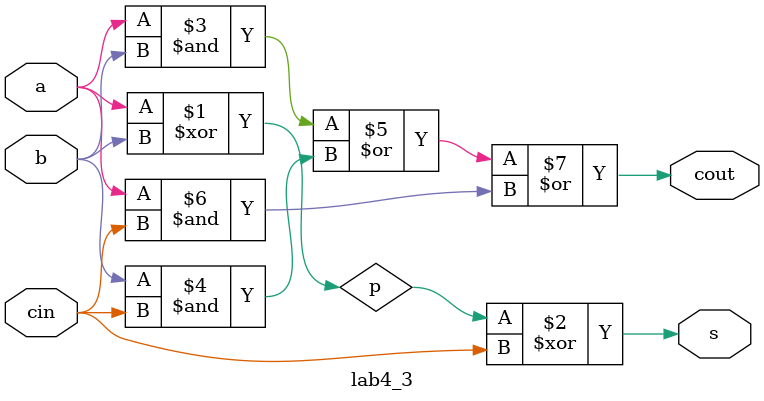
<source format=v>

module four_bitadd_sub(a,b,x,s,cout);
input [3:0] a,b;
input x;
output [3:0] s;
output cout;
wire [2:0] c;
wire [3:0] d;
assign d[0] = a[0]^x;
assign d[1] = a[1]^x;
assign d[2] = a[2]^x;
assign d[3] = a[3]^x;
lab4_3 s0(d[0],b[0],x,s[0],c[0]);
lab4_3 s1(d[1],b[1],c[0],s[1],c[1]);
lab4_3 s2(d[2],b[2],c[1],s[2],c[2]);
lab4_3 s3(d[3],b[3],c[2],s[3],cout);
endmodule 
module lab4_3(a,b,cin,s,cout);             
input a,b,cin;
output s,cout;
wire p;
assign p = a^b;
assign s = p^cin;
assign cout = (a&b)|(b&cin)|(a&cin);
endmodule


</source>
